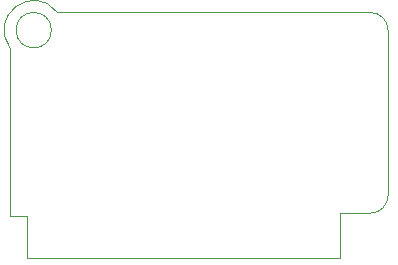
<source format=gbr>
%TF.GenerationSoftware,KiCad,Pcbnew,7.0.2-1.fc38*%
%TF.CreationDate,2023-06-06T15:14:40+02:00*%
%TF.ProjectId,F0_MyCompass,46305f4d-7943-46f6-9d70-6173732e6b69,rev?*%
%TF.SameCoordinates,Original*%
%TF.FileFunction,Profile,NP*%
%FSLAX46Y46*%
G04 Gerber Fmt 4.6, Leading zero omitted, Abs format (unit mm)*
G04 Created by KiCad (PCBNEW 7.0.2-1.fc38) date 2023-06-06 15:14:40*
%MOMM*%
%LPD*%
G01*
G04 APERTURE LIST*
%TA.AperFunction,Profile*%
%ADD10C,0.100000*%
%TD*%
G04 APERTURE END LIST*
D10*
X79000000Y-98200000D02*
X80400000Y-98200000D01*
X106900000Y-101800000D02*
X106900000Y-98200000D01*
X83000000Y-81000000D02*
G75*
G03*
X79000000Y-84000000I-2000000J-1500000D01*
G01*
X82500000Y-82500000D02*
G75*
G03*
X82500000Y-82500000I-1500000J0D01*
G01*
X80400000Y-101800000D02*
X106900000Y-101800000D01*
X79000000Y-84000000D02*
X79000000Y-98200000D01*
X106900000Y-98000000D02*
X109500000Y-98000000D01*
X111000000Y-82500000D02*
G75*
G03*
X109500000Y-81000000I-1500000J0D01*
G01*
X80400000Y-98200000D02*
X80400000Y-101800000D01*
X83000000Y-81000000D02*
X109500000Y-81000000D01*
X106900000Y-98200000D02*
X106900000Y-98000000D01*
X109500000Y-98000000D02*
G75*
G03*
X111000000Y-96500000I0J1500000D01*
G01*
X111000000Y-82500000D02*
X111000000Y-96500000D01*
M02*

</source>
